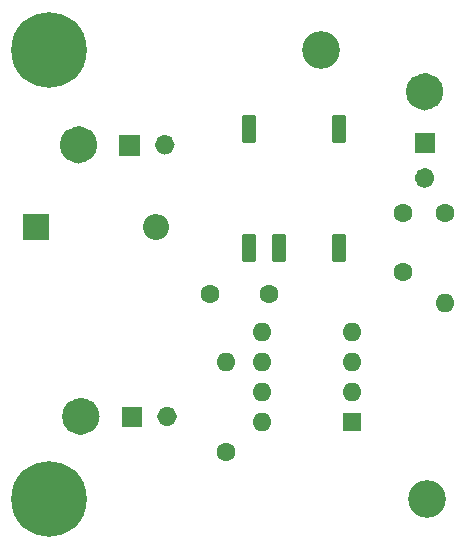
<source format=gts>
%TF.GenerationSoftware,KiCad,Pcbnew,8.0.0-8.0.0-1~ubuntu22.04.1*%
%TF.CreationDate,2024-03-16T22:32:17-06:00*%
%TF.ProjectId,Isolated_Current_Loop_Monitor,49736f6c-6174-4656-945f-43757272656e,rev?*%
%TF.SameCoordinates,Original*%
%TF.FileFunction,Soldermask,Top*%
%TF.FilePolarity,Negative*%
%FSLAX46Y46*%
G04 Gerber Fmt 4.6, Leading zero omitted, Abs format (unit mm)*
G04 Created by KiCad (PCBNEW 8.0.0-8.0.0-1~ubuntu22.04.1) date 2024-03-16 22:32:17*
%MOMM*%
%LPD*%
G01*
G04 APERTURE LIST*
G04 Aperture macros list*
%AMRoundRect*
0 Rectangle with rounded corners*
0 $1 Rounding radius*
0 $2 $3 $4 $5 $6 $7 $8 $9 X,Y pos of 4 corners*
0 Add a 4 corners polygon primitive as box body*
4,1,4,$2,$3,$4,$5,$6,$7,$8,$9,$2,$3,0*
0 Add four circle primitives for the rounded corners*
1,1,$1+$1,$2,$3*
1,1,$1+$1,$4,$5*
1,1,$1+$1,$6,$7*
1,1,$1+$1,$8,$9*
0 Add four rect primitives between the rounded corners*
20,1,$1+$1,$2,$3,$4,$5,0*
20,1,$1+$1,$4,$5,$6,$7,0*
20,1,$1+$1,$6,$7,$8,$9,0*
20,1,$1+$1,$8,$9,$2,$3,0*%
G04 Aperture macros list end*
%ADD10C,1.576200*%
%ADD11C,0.836200*%
%ADD12C,0.010000*%
%ADD13C,1.600000*%
%ADD14R,1.600000X1.600000*%
%ADD15O,1.600000X1.600000*%
%ADD16C,3.000000*%
%ADD17RoundRect,0.102000X0.500000X-1.050000X0.500000X1.050000X-0.500000X1.050000X-0.500000X-1.050000X0*%
%ADD18C,3.200000*%
%ADD19R,2.200000X2.200000*%
%ADD20O,2.200000X2.200000*%
%ADD21C,0.800000*%
%ADD22C,6.400000*%
G04 APERTURE END LIST*
D10*
%TO.C,J1*%
X120298100Y-86000000D02*
G75*
G02*
X118721900Y-86000000I-788100J0D01*
G01*
X118721900Y-86000000D02*
G75*
G02*
X120298100Y-86000000I788100J0D01*
G01*
D11*
X127228100Y-86000000D02*
G75*
G02*
X126391900Y-86000000I-418100J0D01*
G01*
X126391900Y-86000000D02*
G75*
G02*
X127228100Y-86000000I418100J0D01*
G01*
D12*
X124646200Y-86836200D02*
X122973800Y-86836200D01*
X122973800Y-85163800D01*
X124646200Y-85163800D01*
X124646200Y-86836200D01*
G36*
X124646200Y-86836200D02*
G01*
X122973800Y-86836200D01*
X122973800Y-85163800D01*
X124646200Y-85163800D01*
X124646200Y-86836200D01*
G37*
D10*
%TO.C,J3*%
X120488100Y-109000000D02*
G75*
G02*
X118911900Y-109000000I-788100J0D01*
G01*
X118911900Y-109000000D02*
G75*
G02*
X120488100Y-109000000I788100J0D01*
G01*
D11*
X127418100Y-109000000D02*
G75*
G02*
X126581900Y-109000000I-418100J0D01*
G01*
X126581900Y-109000000D02*
G75*
G02*
X127418100Y-109000000I418100J0D01*
G01*
D12*
X124836200Y-109836200D02*
X123163800Y-109836200D01*
X123163800Y-108163800D01*
X124836200Y-108163800D01*
X124836200Y-109836200D01*
G36*
X124836200Y-109836200D02*
G01*
X123163800Y-109836200D01*
X123163800Y-108163800D01*
X124836200Y-108163800D01*
X124836200Y-109836200D01*
G37*
D10*
%TO.C,J2*%
X149598100Y-81510000D02*
G75*
G02*
X148021900Y-81510000I-788100J0D01*
G01*
X148021900Y-81510000D02*
G75*
G02*
X149598100Y-81510000I788100J0D01*
G01*
D11*
X149228100Y-88810000D02*
G75*
G02*
X148391900Y-88810000I-418100J0D01*
G01*
X148391900Y-88810000D02*
G75*
G02*
X149228100Y-88810000I418100J0D01*
G01*
D12*
X149646200Y-86646200D02*
X147973800Y-86646200D01*
X147973800Y-84973800D01*
X149646200Y-84973800D01*
X149646200Y-86646200D01*
G36*
X149646200Y-86646200D02*
G01*
X147973800Y-86646200D01*
X147973800Y-84973800D01*
X149646200Y-84973800D01*
X149646200Y-86646200D01*
G37*
%TD*%
D13*
%TO.C,C2*%
X135600000Y-98600000D03*
X130600000Y-98600000D03*
%TD*%
D14*
%TO.C,U1*%
X142700000Y-109500000D03*
D15*
X142700000Y-106960000D03*
X142700000Y-104420000D03*
X142700000Y-101880000D03*
X135080000Y-101880000D03*
X135080000Y-104420000D03*
X135080000Y-106960000D03*
X135080000Y-109500000D03*
%TD*%
D13*
%TO.C,C1*%
X147000000Y-91800000D03*
X147000000Y-96800000D03*
%TD*%
D16*
%TO.C,J1*%
X119510000Y-86000000D03*
%TD*%
D17*
%TO.C,PS1*%
X133902500Y-94762500D03*
X136442500Y-94762500D03*
X141522500Y-94762500D03*
X141522500Y-84662500D03*
X133902500Y-84662500D03*
%TD*%
D16*
%TO.C,J3*%
X119700000Y-109000000D03*
%TD*%
D18*
%TO.C,H4*%
X149000000Y-116000000D03*
%TD*%
%TO.C,H3*%
X140000000Y-78000000D03*
%TD*%
D19*
%TO.C,D2*%
X115920000Y-93000000D03*
D20*
X126080000Y-93000000D03*
%TD*%
D16*
%TO.C,J2*%
X148810000Y-81510000D03*
%TD*%
D21*
%TO.C,H2*%
X114600000Y-116000000D03*
X115302944Y-114302944D03*
X115302944Y-117697056D03*
X117000000Y-113600000D03*
D22*
X117000000Y-116000000D03*
D21*
X117000000Y-118400000D03*
X118697056Y-114302944D03*
X118697056Y-117697056D03*
X119400000Y-116000000D03*
%TD*%
D13*
%TO.C,R2*%
X132000000Y-112020000D03*
D15*
X132000000Y-104400000D03*
%TD*%
D21*
%TO.C,H1*%
X114600000Y-78000000D03*
X115302944Y-76302944D03*
X115302944Y-79697056D03*
X117000000Y-75600000D03*
D22*
X117000000Y-78000000D03*
D21*
X117000000Y-80400000D03*
X118697056Y-76302944D03*
X118697056Y-79697056D03*
X119400000Y-78000000D03*
%TD*%
D13*
%TO.C,R1*%
X150500000Y-91790000D03*
D15*
X150500000Y-99410000D03*
%TD*%
M02*

</source>
